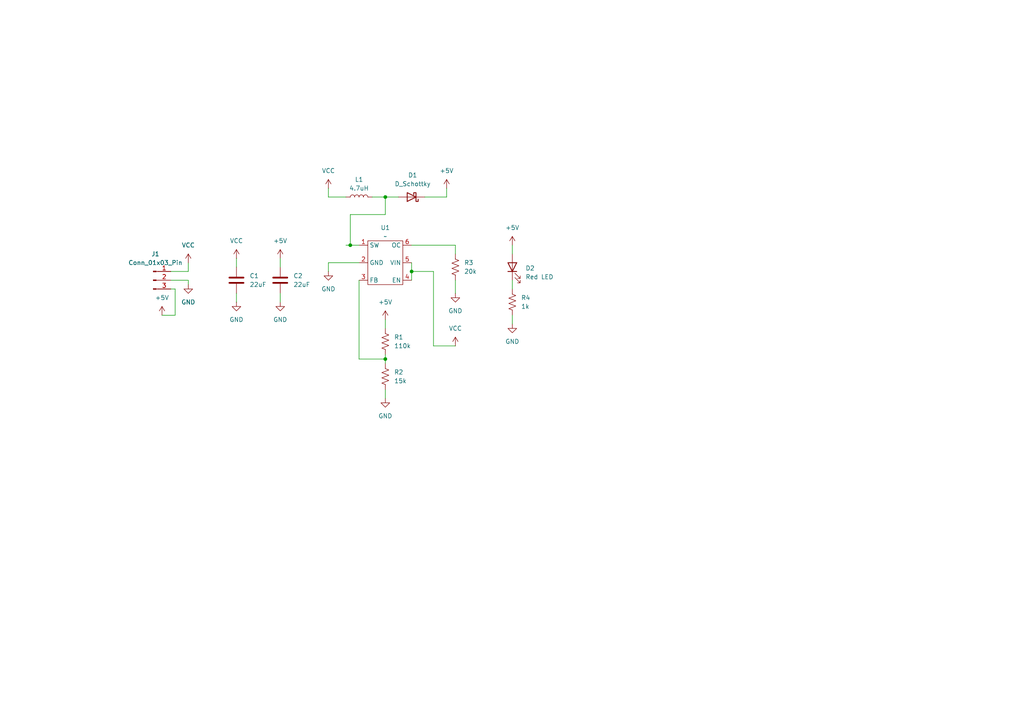
<source format=kicad_sch>
(kicad_sch (version 20250114) (generator "eeschema") (generator_version "9.0")
  (paper "A4")
  (lib_symbols
    (symbol "Connector:Conn_01x03_Pin" (pin_names (offset 1.016) (hide yes))
      (property "Reference" "J" (at 0 5.08 0))
      (property "Value" "Conn_01x03_Pin" (at 0 -5.08 0))
      (symbol "Conn_01x03_Pin_1_1"
        (rectangle (start 0.8636 2.667) (end 0 2.413) (stroke (width 0.1524)) (fill (type outline)))
        (rectangle (start 0.8636 0.127) (end 0 -0.127) (stroke (width 0.1524)) (fill (type outline)))
        (rectangle (start 0.8636 -2.413) (end 0 -2.667) (stroke (width 0.1524)) (fill (type outline)))
        (polyline (pts (xy 1.27 2.54) (xy 0.8636 2.54)) (stroke (width 0.1524)))
        (polyline (pts (xy 1.27 0) (xy 0.8636 0)) (stroke (width 0.1524)))
        (polyline (pts (xy 1.27 -2.54) (xy 0.8636 -2.54)) (stroke (width 0.1524)))
        (pin passive line (at 5.08 2.54 180) (length 3.81) (name "Pin_1") (number "1"))
        (pin passive line (at 5.08 0 180) (length 3.81) (name "Pin_2") (number "2"))
        (pin passive line (at 5.08 -2.54 180) (length 3.81) (name "Pin_3") (number "3"))
      )
    )
    (symbol "Device:C" (pin_numbers (hide yes)) (pin_names (offset 0.254))
      (property "Reference" "C" (at 0.635 2.54 0))
      (property "Value" "C" (at 0.635 -2.54 0))
      (symbol "C_0_1"
        (polyline (pts (xy -2.032 0.762) (xy 2.032 0.762)) (stroke (width 0.508)))
        (polyline (pts (xy -2.032 -0.762) (xy 2.032 -0.762)) (stroke (width 0.508)))
      )
      (symbol "C_1_1"
        (pin passive line (at 0 3.81 270) (length 2.794) (name "~") (number "1"))
        (pin passive line (at 0 -3.81 90) (length 2.794) (name "~") (number "2"))
      )
    )
    (symbol "Device:D_Schottky" (pin_numbers (hide yes)) (pin_names (offset 1.016) (hide yes))
      (property "Reference" "D" (at 0 2.54 0))
      (property "Value" "D_Schottky" (at 0 -2.54 0))
      (symbol "D_Schottky_0_1"
        (polyline (pts (xy -1.905 0.635) (xy -1.905 1.27) (xy -1.27 1.27) (xy -1.27 -1.27) (xy -0.635 -1.27) (xy -0.635 -0.635)) (stroke (width 0.254)))
        (polyline (pts (xy 1.27 1.27) (xy 1.27 -1.27) (xy -1.27 0) (xy 1.27 1.27)) (stroke (width 0.254)))
        (polyline (pts (xy 1.27 0) (xy -1.27 0)))
      )
      (symbol "D_Schottky_1_1"
        (pin passive line (at -3.81 0 0) (length 2.54) (name "K") (number "1"))
        (pin passive line (at 3.81 0 180) (length 2.54) (name "A") (number "2"))
      )
    )
    (symbol "Device:L" (pin_numbers (hide yes)) (pin_names (offset 1.016) (hide yes))
      (property "Reference" "L" (at -1.27 0 90))
      (property "Value" "L" (at 1.905 0 90))
      (symbol "L_0_1"
        (arc (start 0 2.54) (mid 0.6323 1.905) (end 0 1.27))
        (arc (start 0 1.27) (mid 0.6323 0.635) (end 0 0))
        (arc (start 0 0) (mid 0.6323 -0.635) (end 0 -1.27))
        (arc (start 0 -1.27) (mid 0.6323 -1.905) (end 0 -2.54))
      )
      (symbol "L_1_1"
        (pin passive line (at 0 3.81 270) (length 1.27) (name "1") (number "1"))
        (pin passive line (at 0 -3.81 90) (length 1.27) (name "2") (number "2"))
      )
    )
    (symbol "Device:LED" (pin_numbers (hide yes)) (pin_names (offset 1.016) (hide yes))
      (property "Reference" "D" (at 0 2.54 0))
      (property "Value" "LED" (at 0 -2.54 0))
      (symbol "LED_0_1"
        (polyline (pts (xy -3.048 -0.762) (xy -4.572 -2.286) (xy -3.81 -2.286) (xy -4.572 -2.286) (xy -4.572 -1.524)))
        (polyline (pts (xy -1.778 -0.762) (xy -3.302 -2.286) (xy -2.54 -2.286) (xy -3.302 -2.286) (xy -3.302 -1.524)))
        (polyline (pts (xy -1.27 0) (xy 1.27 0)))
        (polyline (pts (xy -1.27 -1.27) (xy -1.27 1.27)) (stroke (width 0.254)))
        (polyline (pts (xy 1.27 -1.27) (xy 1.27 1.27) (xy -1.27 0) (xy 1.27 -1.27)) (stroke (width 0.254)))
      )
      (symbol "LED_1_1"
        (pin passive line (at -3.81 0 0) (length 2.54) (name "K") (number "1"))
        (pin passive line (at 3.81 0 180) (length 2.54) (name "A") (number "2"))
      )
    )
    (symbol "Device:R_US" (pin_numbers (hide yes)) (pin_names (offset 0))
      (property "Reference" "R" (at 2.54 0 90))
      (property "Value" "R_US" (at -2.54 0 90))
      (symbol "R_US_0_1"
        (polyline (pts (xy 0 2.286) (xy 0 2.54)))
        (polyline (pts (xy 0 2.286) (xy 1.016 1.905) (xy 0 1.524) (xy -1.016 1.143) (xy 0 0.762)))
        (polyline (pts (xy 0 0.762) (xy 1.016 0.381) (xy 0 0) (xy -1.016 -0.381) (xy 0 -0.762)))
        (polyline (pts (xy 0 -0.762) (xy 1.016 -1.143) (xy 0 -1.524) (xy -1.016 -1.905) (xy 0 -2.286)))
        (polyline (pts (xy 0 -2.286) (xy 0 -2.54)))
      )
      (symbol "R_US_1_1"
        (pin passive line (at 0 3.81 270) (length 1.27) (name "~") (number "1"))
        (pin passive line (at 0 -3.81 90) (length 1.27) (name "~") (number "2"))
      )
    )
    (symbol "New_Library:MT3608L"
      (property "Reference" "U" (at 0 0 0))
      (symbol "MT3608L_0_1"
        (rectangle (start -5.08 -1.27) (end 5.08 -13.97))
      )
      (symbol "MT3608L_1_1"
        (pin input line (at -7.62 -2.54 0) (length 2.54) (name "SW") (number "1"))
        (pin input line (at -7.62 -7.62 0) (length 2.54) (name "GND") (number "2"))
        (pin input line (at -7.62 -12.7 0) (length 2.54) (name "FB") (number "3"))
        (pin output line (at 7.62 -2.54 180) (length 2.54) (name "OC") (number "6"))
        (pin output line (at 7.62 -7.62 180) (length 2.54) (name "VIN") (number "5"))
        (pin output line (at 7.62 -12.7 180) (length 2.54) (name "EN") (number "4"))
      )
    )
    (symbol "power:+5V" (power) (pin_numbers (hide yes)) (pin_names (offset 0) (hide yes))
      (property "Value" "+5V" (at 0 3.556 0))
      (symbol "+5V_0_1"
        (polyline (pts (xy -0.762 1.27) (xy 0 2.54)))
        (polyline (pts (xy 0 2.54) (xy 0.762 1.27)))
        (polyline (pts (xy 0 0) (xy 0 2.54)))
      )
      (symbol "+5V_1_1"
        (pin power_in line (at 0 0 90) (length 0) (name "~") (number "1"))
      )
    )
    (symbol "power:GND" (power) (pin_numbers (hide yes)) (pin_names (offset 0) (hide yes))
      (property "Value" "GND" (at 0 -3.81 0))
      (symbol "GND_0_1"
        (polyline (pts (xy 0 0) (xy 0 -1.27) (xy 1.27 -1.27) (xy 0 -2.54) (xy -1.27 -1.27) (xy 0 -1.27)))
      )
      (symbol "GND_1_1"
        (pin power_in line (at 0 0 270) (length 0) (name "~") (number "1"))
      )
    )
    (symbol "power:VCC" (power) (pin_numbers (hide yes)) (pin_names (offset 0) (hide yes))
      (property "Value" "VCC" (at 0 3.556 0))
      (symbol "VCC_0_1"
        (polyline (pts (xy -0.762 1.27) (xy 0 2.54)))
        (polyline (pts (xy 0 2.54) (xy 0.762 1.27)))
        (polyline (pts (xy 0 0) (xy 0 2.54)))
      )
      (symbol "VCC_1_1"
        (pin power_in line (at 0 0 90) (length 0) (name "~") (number "1"))
      )
    )
  )
  (junction (at 111.76 57.15))
  (junction (at 119.38 78.74))
  (junction (at 111.76 104.14))
  (junction (at 101.6 71.12))
  (wire (pts (xy 111.76 104.14) (xy 111.76 105.41)))
  (wire (pts (xy 111.76 92.71) (xy 111.76 95.25)))
  (wire (pts (xy 50.8 83.82) (xy 50.8 91.44)))
  (wire (pts (xy 54.61 81.28) (xy 54.61 82.55)))
  (wire (pts (xy 54.61 78.74) (xy 54.61 76.2)))
  (wire (pts (xy 101.6 62.23) (xy 111.76 62.23)))
  (wire (pts (xy 101.6 71.12) (xy 104.14 71.12)))
  (wire (pts (xy 132.08 81.28) (xy 132.08 85.09)))
  (wire (pts (xy 111.76 113.03) (xy 111.76 115.57)))
  (wire (pts (xy 148.59 71.12) (xy 148.59 73.66)))
  (wire (pts (xy 49.53 78.74) (xy 54.61 78.74)))
  (wire (pts (xy 49.53 81.28) (xy 54.61 81.28)))
  (wire (pts (xy 119.38 78.74) (xy 119.38 81.28)))
  (wire (pts (xy 68.58 85.09) (xy 68.58 87.63)))
  (wire (pts (xy 68.58 74.93) (xy 68.58 77.47)))
  (wire (pts (xy 129.54 57.15) (xy 129.54 54.61)))
  (wire (pts (xy 119.38 76.2) (xy 119.38 78.74)))
  (wire (pts (xy 50.8 91.44) (xy 46.99 91.44)))
  (wire (pts (xy 81.28 74.93) (xy 81.28 77.47)))
  (wire (pts (xy 95.25 76.2) (xy 104.14 76.2)))
  (wire (pts (xy 95.25 54.61) (xy 95.25 57.15)))
  (wire (pts (xy 119.38 78.74) (xy 125.73 78.74)))
  (wire (pts (xy 132.08 100.33) (xy 125.73 100.33)))
  (wire (pts (xy 101.6 71.12) (xy 101.6 62.23)))
  (wire (pts (xy 111.76 102.87) (xy 111.76 104.14)))
  (wire (pts (xy 148.59 81.28) (xy 148.59 83.82)))
  (wire (pts (xy 111.76 57.15) (xy 115.57 57.15)))
  (wire (pts (xy 95.25 57.15) (xy 100.33 57.15)))
  (wire (pts (xy 100.33 71.12) (xy 101.6 71.12)))
  (wire (pts (xy 95.25 78.74) (xy 95.25 76.2)))
  (wire (pts (xy 123.19 57.15) (xy 129.54 57.15)))
  (wire (pts (xy 132.08 71.12) (xy 119.38 71.12)))
  (wire (pts (xy 111.76 62.23) (xy 111.76 57.15)))
  (wire (pts (xy 107.95 57.15) (xy 111.76 57.15)))
  (wire (pts (xy 132.08 73.66) (xy 132.08 71.12)))
  (wire (pts (xy 104.14 104.14) (xy 111.76 104.14)))
  (wire (pts (xy 148.59 91.44) (xy 148.59 93.98)))
  (wire (pts (xy 125.73 100.33) (xy 125.73 78.74)))
  (wire (pts (xy 49.53 83.82) (xy 50.8 83.82)))
  (wire (pts (xy 81.28 85.09) (xy 81.28 87.63)))
  (wire (pts (xy 104.14 81.28) (xy 104.14 104.14)))
  (symbol (lib_id "power:+5V") (at 148.59 71.12 0) (unit 1)
    (property "Reference" "#PWR011" (effects (hide yes)))
    (property "Value" "+5V" (at 148.59 66.04 0))
    (property "Description" "Power symbol creates a global label with name \"+5V\"" (effects (hide yes)))
  )
  (symbol (lib_id "power:GND") (at 81.28 87.63 0) (unit 1)
    (property "Reference" "#PWR09" (effects (hide yes)))
    (property "Value" "GND" (at 81.28 92.71 0))
    (property "Description" "Power symbol creates a global label with name \"GND\" , ground" (effects (hide yes)))
  )
  (symbol (lib_id "power:VCC") (at 132.08 100.33 0) (unit 1)
    (property "Reference" "#PWR013" (effects (hide yes)))
    (property "Value" "VCC" (at 132.08 95.25 0))
    (property "Description" "Power symbol creates a global label with name \"VCC\"" (effects (hide yes)))
  )
  (symbol (lib_id "Device:L") (at 104.14 57.15 90) (unit 1)
    (property "Reference" "L1" (at 104.14 52.07 90))
    (property "Value" "4.7uH" (at 104.14 54.61 90))
    (property "Description" "Inductor" (effects (hide yes)))
  )
  (symbol (lib_id "New_Library:MT3608L") (at 111.76 68.58 0) (unit 1)
    (property "Reference" "U1" (at 111.76 66.04 0))
    (property "Value" "~" (at 111.76 68.58 0))
  )
  (symbol (lib_id "Device:D_Schottky") (at 119.38 57.15 180) (unit 1)
    (property "Reference" "D1" (at 119.6975 50.8 0))
    (property "Value" "D_Schottky" (at 119.6975 53.34 0))
    (property "Description" "Schottky diode" (effects (hide yes)))
  )
  (symbol (lib_id "power:GND") (at 68.58 87.63 0) (unit 1)
    (property "Reference" "#PWR07" (effects (hide yes)))
    (property "Value" "GND" (at 68.58 92.71 0))
    (property "Description" "Power symbol creates a global label with name \"GND\" , ground" (effects (hide yes)))
  )
  (symbol (lib_id "power:+5V") (at 46.99 91.44 0) (unit 1)
    (property "Reference" "#PWR03" (effects (hide yes)))
    (property "Value" "+5V" (at 46.99 86.36 0))
    (property "Description" "Power symbol creates a global label with name \"+5V\"" (effects (hide yes)))
  )
  (symbol (lib_id "Device:C") (at 81.28 81.28 0) (unit 1)
    (property "Reference" "C2" (at 85.09 80.0099 0) (effects (justify left)))
    (property "Value" "22uF" (at 85.09 82.5499 0) (effects (justify left)))
    (property "Description" "Unpolarized capacitor" (effects (hide yes)))
  )
  (symbol (lib_id "Device:C") (at 68.58 81.28 0) (unit 1)
    (property "Reference" "C1" (at 72.39 80.0099 0) (effects (justify left)))
    (property "Value" "22uF" (at 72.39 82.5499 0) (effects (justify left)))
    (property "Description" "Unpolarized capacitor" (effects (hide yes)))
  )
  (symbol (lib_id "power:GND") (at 132.08 85.09 0) (unit 1)
    (property "Reference" "#PWR01" (effects (hide yes)))
    (property "Value" "GND" (at 132.08 90.17 0))
    (property "Description" "Power symbol creates a global label with name \"GND\" , ground" (effects (hide yes)))
  )
  (symbol (lib_id "Connector:Conn_01x03_Pin") (at 44.45 81.28 0) (unit 1)
    (property "Reference" "J1" (at 45.085 73.66 0))
    (property "Value" "Conn_01x03_Pin" (at 45.085 76.2 0))
    (property "Description" "Generic connector, single row, 01x03, script generated" (effects (hide yes)))
  )
  (symbol (lib_id "Device:R_US") (at 111.76 109.22 0) (unit 1)
    (property "Reference" "R2" (at 114.3 107.9499 0) (effects (justify left)))
    (property "Value" "15k" (at 114.3 110.4899 0) (effects (justify left)))
    (property "Description" "Resistor, US symbol" (effects (hide yes)))
  )
  (symbol (lib_id "power:VCC") (at 95.25 54.61 0) (unit 1)
    (property "Reference" "#PWR015" (effects (hide yes)))
    (property "Value" "VCC" (at 95.25 49.53 0))
    (property "Description" "Power symbol creates a global label with name \"VCC\"" (effects (hide yes)))
  )
  (symbol (lib_id "power:GND") (at 95.25 78.74 0) (unit 1)
    (property "Reference" "#PWR016" (effects (hide yes)))
    (property "Value" "GND" (at 95.25 83.82 0))
    (property "Description" "Power symbol creates a global label with name \"GND\" , ground" (effects (hide yes)))
  )
  (symbol (lib_id "power:+5V") (at 111.76 92.71 0) (unit 1)
    (property "Reference" "#PWR08" (effects (hide yes)))
    (property "Value" "+5V" (at 111.76 87.63 0))
    (property "Description" "Power symbol creates a global label with name \"+5V\"" (effects (hide yes)))
  )
  (symbol (lib_id "Device:R_US") (at 132.08 77.47 0) (unit 1)
    (property "Reference" "R3" (at 134.62 76.1999 0) (effects (justify left)))
    (property "Value" "20k" (at 134.62 78.7399 0) (effects (justify left)))
    (property "Description" "Resistor, US symbol" (effects (hide yes)))
  )
  (symbol (lib_id "Device:LED") (at 148.59 77.47 90) (unit 1)
    (property "Reference" "D2" (at 152.4 77.7874 90) (effects (justify right)))
    (property "Value" "Red LED" (at 152.4 80.3274 90) (effects (justify right)))
    (property "Description" "Light emitting diode" (effects (hide yes)))
    (property "Sim.Pins" "1=K 2=A" (effects (hide yes)))
  )
  (symbol (lib_id "power:VCC") (at 54.61 76.2 0) (unit 1)
    (property "Reference" "#PWR05" (effects (hide yes)))
    (property "Value" "VCC" (at 54.61 71.12 0))
    (property "Description" "Power symbol creates a global label with name \"VCC\"" (effects (hide yes)))
  )
  (symbol (lib_id "Device:R_US") (at 148.59 87.63 0) (unit 1)
    (property "Reference" "R4" (at 151.13 86.3599 0) (effects (justify left)))
    (property "Value" "1k" (at 151.13 88.8999 0) (effects (justify left)))
    (property "Description" "Resistor, US symbol" (effects (hide yes)))
  )
  (symbol (lib_id "power:+5V") (at 81.28 74.93 0) (unit 1)
    (property "Reference" "#PWR02" (effects (hide yes)))
    (property "Value" "+5V" (at 81.28 69.85 0))
    (property "Description" "Power symbol creates a global label with name \"+5V\"" (effects (hide yes)))
  )
  (symbol (lib_id "power:GND") (at 111.76 115.57 0) (unit 1)
    (property "Reference" "#PWR010" (effects (hide yes)))
    (property "Value" "GND" (at 111.76 120.65 0))
    (property "Description" "Power symbol creates a global label with name \"GND\" , ground" (effects (hide yes)))
  )
  (symbol (lib_id "power:GND") (at 54.61 82.55 0) (unit 1)
    (property "Reference" "#PWR04" (effects (hide yes)))
    (property "Value" "GND" (at 54.61 87.63 0))
    (property "Description" "Power symbol creates a global label with name \"GND\" , ground" (effects (hide yes)))
  )
  (symbol (lib_id "power:VCC") (at 68.58 74.93 0) (unit 1)
    (property "Reference" "#PWR06" (effects (hide yes)))
    (property "Value" "VCC" (at 68.58 69.85 0))
    (property "Description" "Power symbol creates a global label with name \"VCC\"" (effects (hide yes)))
  )
  (symbol (lib_id "power:GND") (at 148.59 93.98 0) (unit 1)
    (property "Reference" "#PWR012" (effects (hide yes)))
    (property "Value" "GND" (at 148.59 99.06 0))
    (property "Description" "Power symbol creates a global label with name \"GND\" , ground" (effects (hide yes)))
  )
  (symbol (lib_id "power:+5V") (at 129.54 54.61 0) (unit 1)
    (property "Reference" "#PWR014" (effects (hide yes)))
    (property "Value" "+5V" (at 129.54 49.53 0))
    (property "Description" "Power symbol creates a global label with name \"+5V\"" (effects (hide yes)))
  )
  (symbol (lib_id "Device:R_US") (at 111.76 99.06 0) (unit 1)
    (property "Reference" "R1" (at 114.3 97.7899 0) (effects (justify left)))
    (property "Value" "110k" (at 114.3 100.3299 0) (effects (justify left)))
    (property "Description" "Resistor, US symbol" (effects (hide yes)))
  )
)
</source>
